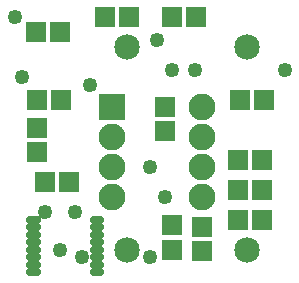
<source format=gbs>
G04 MADE WITH FRITZING*
G04 WWW.FRITZING.ORG*
G04 DOUBLE SIDED*
G04 HOLES PLATED*
G04 CONTOUR ON CENTER OF CONTOUR VECTOR*
%ASAXBY*%
%FSLAX23Y23*%
%MOIN*%
%OFA0B0*%
%SFA1.0B1.0*%
%ADD10C,0.049370*%
%ADD11C,0.085000*%
%ADD12C,0.089370*%
%ADD13R,0.065118X0.069055*%
%ADD14R,0.069055X0.065118*%
%ADD15R,0.089370X0.089370*%
%ADD16C,0.026000*%
%LNMASK0*%
G90*
G70*
G54D10*
X569Y740D03*
X644Y740D03*
X944Y740D03*
G54D11*
X819Y815D03*
X419Y815D03*
G54D10*
X519Y840D03*
X544Y315D03*
X194Y140D03*
X269Y115D03*
X69Y715D03*
G54D11*
X819Y140D03*
X419Y140D03*
G54D12*
X369Y615D03*
X669Y615D03*
X369Y515D03*
X669Y515D03*
X369Y415D03*
X669Y415D03*
X369Y315D03*
X669Y315D03*
G54D10*
X494Y115D03*
X244Y265D03*
X144Y265D03*
X44Y915D03*
X294Y690D03*
X494Y415D03*
G54D13*
X869Y240D03*
X789Y240D03*
X869Y440D03*
X789Y440D03*
X119Y640D03*
X200Y640D03*
X144Y365D03*
X225Y365D03*
X114Y865D03*
X194Y865D03*
X569Y915D03*
X650Y915D03*
G54D14*
X544Y615D03*
X544Y534D03*
X119Y465D03*
X119Y546D03*
G54D13*
X344Y915D03*
X425Y915D03*
X869Y340D03*
X789Y340D03*
G54D14*
X569Y140D03*
X569Y221D03*
G54D13*
X794Y640D03*
X875Y640D03*
G54D14*
X669Y215D03*
X669Y134D03*
G54D15*
X369Y615D03*
G54D16*
X330Y240D02*
X308Y240D01*
D02*
X330Y215D02*
X308Y215D01*
D02*
X330Y190D02*
X308Y190D01*
D02*
X330Y165D02*
X308Y165D01*
D02*
X330Y140D02*
X308Y140D01*
D02*
X330Y115D02*
X308Y115D01*
D02*
X330Y90D02*
X308Y90D01*
D02*
X330Y65D02*
X308Y65D01*
D02*
X118Y64D02*
X96Y64D01*
D02*
X118Y89D02*
X96Y89D01*
D02*
X118Y114D02*
X96Y114D01*
D02*
X118Y139D02*
X96Y139D01*
D02*
X118Y164D02*
X96Y164D01*
D02*
X118Y189D02*
X96Y189D01*
D02*
X118Y214D02*
X96Y214D01*
D02*
X118Y239D02*
X96Y239D01*
G04 End of Mask0*
M02*
</source>
